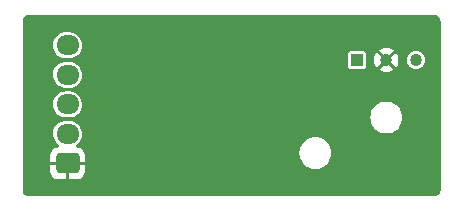
<source format=gbl>
%TF.GenerationSoftware,KiCad,Pcbnew,7.0.6*%
%TF.CreationDate,2023-07-13T14:43:26+02:00*%
%TF.ProjectId,LH_BreakLever_FreeJoy,4c485f42-7265-4616-9b4c-657665725f46,rev?*%
%TF.SameCoordinates,Original*%
%TF.FileFunction,Copper,L2,Bot*%
%TF.FilePolarity,Positive*%
%FSLAX46Y46*%
G04 Gerber Fmt 4.6, Leading zero omitted, Abs format (unit mm)*
G04 Created by KiCad (PCBNEW 7.0.6) date 2023-07-13 14:43:26*
%MOMM*%
%LPD*%
G01*
G04 APERTURE LIST*
G04 Aperture macros list*
%AMRoundRect*
0 Rectangle with rounded corners*
0 $1 Rounding radius*
0 $2 $3 $4 $5 $6 $7 $8 $9 X,Y pos of 4 corners*
0 Add a 4 corners polygon primitive as box body*
4,1,4,$2,$3,$4,$5,$6,$7,$8,$9,$2,$3,0*
0 Add four circle primitives for the rounded corners*
1,1,$1+$1,$2,$3*
1,1,$1+$1,$4,$5*
1,1,$1+$1,$6,$7*
1,1,$1+$1,$8,$9*
0 Add four rect primitives between the rounded corners*
20,1,$1+$1,$2,$3,$4,$5,0*
20,1,$1+$1,$4,$5,$6,$7,0*
20,1,$1+$1,$6,$7,$8,$9,0*
20,1,$1+$1,$8,$9,$2,$3,0*%
G04 Aperture macros list end*
%TA.AperFunction,ComponentPad*%
%ADD10R,1.030000X1.030000*%
%TD*%
%TA.AperFunction,ComponentPad*%
%ADD11C,1.030000*%
%TD*%
%TA.AperFunction,ComponentPad*%
%ADD12RoundRect,0.250000X0.725000X-0.600000X0.725000X0.600000X-0.725000X0.600000X-0.725000X-0.600000X0*%
%TD*%
%TA.AperFunction,ComponentPad*%
%ADD13O,1.950000X1.700000*%
%TD*%
G04 APERTURE END LIST*
D10*
X63570000Y-25030001D03*
D11*
X66070000Y-25030001D03*
X68570000Y-25030001D03*
D12*
X39080000Y-33790000D03*
D13*
X39080000Y-31290000D03*
X39080000Y-28790000D03*
X39080000Y-26290000D03*
X39080000Y-23790000D03*
%TA.AperFunction,Conductor*%
G36*
X70173514Y-21208895D02*
G01*
X70265268Y-21219234D01*
X70292766Y-21225510D01*
X70369858Y-21252486D01*
X70395265Y-21264721D01*
X70464431Y-21308181D01*
X70486484Y-21325769D01*
X70544230Y-21383515D01*
X70561819Y-21405569D01*
X70605276Y-21474730D01*
X70617515Y-21500146D01*
X70644487Y-21577228D01*
X70650766Y-21604735D01*
X70661104Y-21696483D01*
X70661500Y-21703543D01*
X70661500Y-36046456D01*
X70661104Y-36053516D01*
X70650766Y-36145264D01*
X70644487Y-36172771D01*
X70617515Y-36249853D01*
X70605273Y-36275275D01*
X70561822Y-36344426D01*
X70544230Y-36366484D01*
X70486484Y-36424230D01*
X70464425Y-36441822D01*
X70395272Y-36485274D01*
X70369853Y-36497515D01*
X70292771Y-36524487D01*
X70265264Y-36530766D01*
X70208418Y-36537171D01*
X70173513Y-36541104D01*
X70166456Y-36541500D01*
X35768544Y-36541500D01*
X35761486Y-36541104D01*
X35713854Y-36535737D01*
X35669735Y-36530766D01*
X35642228Y-36524487D01*
X35565146Y-36497515D01*
X35539730Y-36485276D01*
X35470569Y-36441819D01*
X35448515Y-36424230D01*
X35390769Y-36366484D01*
X35373181Y-36344431D01*
X35329721Y-36275265D01*
X35317486Y-36249858D01*
X35290510Y-36172766D01*
X35284234Y-36145268D01*
X35273895Y-36053514D01*
X35273500Y-36046456D01*
X35273500Y-34440516D01*
X37597000Y-34440516D01*
X37607605Y-34544318D01*
X37607606Y-34544321D01*
X37663342Y-34712525D01*
X37756365Y-34863339D01*
X37756370Y-34863345D01*
X37881654Y-34988629D01*
X37881660Y-34988634D01*
X38032474Y-35081657D01*
X38200678Y-35137393D01*
X38200681Y-35137394D01*
X38304483Y-35147999D01*
X38304483Y-35148000D01*
X38953000Y-35148000D01*
X38953000Y-34251624D01*
X39046025Y-34265000D01*
X39113975Y-34265000D01*
X39206999Y-34251624D01*
X39207000Y-35148000D01*
X39855517Y-35148000D01*
X39855516Y-35147999D01*
X39959318Y-35137394D01*
X39959321Y-35137393D01*
X40127525Y-35081657D01*
X40278339Y-34988634D01*
X40278345Y-34988629D01*
X40403629Y-34863345D01*
X40403634Y-34863339D01*
X40496657Y-34712525D01*
X40552393Y-34544321D01*
X40552394Y-34544318D01*
X40562999Y-34440516D01*
X40563000Y-34440516D01*
X40563000Y-33917000D01*
X39537763Y-33917000D01*
X39555000Y-33858295D01*
X39555000Y-33721705D01*
X39537763Y-33663000D01*
X40563000Y-33663000D01*
X40563000Y-33139483D01*
X40552394Y-33035681D01*
X40552393Y-33035678D01*
X40507435Y-32900000D01*
X58714341Y-32900000D01*
X58734937Y-33135412D01*
X58796096Y-33363662D01*
X58796098Y-33363666D01*
X58895966Y-33577833D01*
X59031498Y-33771393D01*
X59031502Y-33771398D01*
X59031505Y-33771402D01*
X59198599Y-33938496D01*
X59198603Y-33938499D01*
X59198607Y-33938502D01*
X59392167Y-34074034D01*
X59392166Y-34074034D01*
X59456982Y-34104258D01*
X59606337Y-34173904D01*
X59834592Y-34235064D01*
X60011034Y-34250501D01*
X60011035Y-34250501D01*
X60128965Y-34250501D01*
X60128966Y-34250501D01*
X60305408Y-34235064D01*
X60533663Y-34173904D01*
X60747829Y-34074036D01*
X60941401Y-33938496D01*
X61108495Y-33771402D01*
X61244035Y-33577831D01*
X61343903Y-33363664D01*
X61405063Y-33135409D01*
X61425659Y-32900001D01*
X61405063Y-32664593D01*
X61343903Y-32436338D01*
X61244035Y-32222172D01*
X61244034Y-32222170D01*
X61244033Y-32222168D01*
X61108501Y-32028608D01*
X61108497Y-32028603D01*
X61108495Y-32028600D01*
X60941401Y-31861506D01*
X60941397Y-31861503D01*
X60941392Y-31861499D01*
X60747832Y-31725967D01*
X60747833Y-31725967D01*
X60533665Y-31626099D01*
X60533661Y-31626097D01*
X60305411Y-31564938D01*
X60152751Y-31551582D01*
X60128966Y-31549501D01*
X60011034Y-31549501D01*
X59987249Y-31551582D01*
X59834588Y-31564938D01*
X59606338Y-31626097D01*
X59606334Y-31626099D01*
X59392167Y-31725967D01*
X59198607Y-31861499D01*
X59198596Y-31861508D01*
X59031507Y-32028597D01*
X59031502Y-32028603D01*
X58895965Y-32222170D01*
X58796098Y-32436335D01*
X58796096Y-32436339D01*
X58734937Y-32664589D01*
X58714341Y-32900000D01*
X40507435Y-32900000D01*
X40496657Y-32867474D01*
X40403634Y-32716660D01*
X40403629Y-32716654D01*
X40278345Y-32591370D01*
X40278339Y-32591365D01*
X40127525Y-32498342D01*
X39959321Y-32442606D01*
X39959318Y-32442605D01*
X39886036Y-32435118D01*
X39820301Y-32408296D01*
X39779503Y-32350193D01*
X39776594Y-32279256D01*
X39812498Y-32218007D01*
X39820941Y-32210739D01*
X39970659Y-32093000D01*
X40108792Y-31933587D01*
X40214259Y-31750913D01*
X40283248Y-31551580D01*
X40313267Y-31342793D01*
X40303231Y-31132098D01*
X40253501Y-30927110D01*
X40165876Y-30735238D01*
X40043522Y-30563416D01*
X39890862Y-30417855D01*
X39890859Y-30417853D01*
X39890857Y-30417851D01*
X39713413Y-30303816D01*
X39603848Y-30259953D01*
X39517589Y-30225420D01*
X39517586Y-30225419D01*
X39517585Y-30225419D01*
X39310471Y-30185500D01*
X39310467Y-30185500D01*
X38902387Y-30185500D01*
X38902369Y-30185500D01*
X38745030Y-30200525D01*
X38745015Y-30200528D01*
X38542629Y-30259953D01*
X38355148Y-30356607D01*
X38355141Y-30356611D01*
X38189347Y-30486994D01*
X38189334Y-30487006D01*
X38051212Y-30646407D01*
X38051206Y-30646415D01*
X37945743Y-30829083D01*
X37945739Y-30829092D01*
X37876753Y-31028417D01*
X37876750Y-31028425D01*
X37846732Y-31237205D01*
X37856768Y-31447893D01*
X37856769Y-31447904D01*
X37906498Y-31652886D01*
X37906498Y-31652888D01*
X37906499Y-31652890D01*
X37994124Y-31844762D01*
X38116478Y-32016584D01*
X38269138Y-32162145D01*
X38269140Y-32162146D01*
X38269142Y-32162148D01*
X38333276Y-32203364D01*
X38379769Y-32257019D01*
X38389874Y-32327293D01*
X38360381Y-32391874D01*
X38300655Y-32430258D01*
X38277964Y-32434709D01*
X38200681Y-32442605D01*
X38200678Y-32442606D01*
X38032474Y-32498342D01*
X37881660Y-32591365D01*
X37881654Y-32591370D01*
X37756370Y-32716654D01*
X37756365Y-32716660D01*
X37663342Y-32867474D01*
X37607606Y-33035678D01*
X37607605Y-33035681D01*
X37597000Y-33139483D01*
X37597000Y-33663000D01*
X38622237Y-33663000D01*
X38605000Y-33721705D01*
X38605000Y-33858295D01*
X38622237Y-33917000D01*
X37597000Y-33917000D01*
X37597000Y-34440516D01*
X35273500Y-34440516D01*
X35273500Y-29900001D01*
X64714341Y-29900001D01*
X64734937Y-30135412D01*
X64796096Y-30363662D01*
X64796098Y-30363666D01*
X64895966Y-30577833D01*
X65031498Y-30771393D01*
X65031502Y-30771398D01*
X65031505Y-30771402D01*
X65198599Y-30938496D01*
X65198603Y-30938499D01*
X65198607Y-30938502D01*
X65392167Y-31074034D01*
X65392166Y-31074034D01*
X65468304Y-31109538D01*
X65606337Y-31173904D01*
X65834592Y-31235064D01*
X66011034Y-31250501D01*
X66011035Y-31250501D01*
X66128965Y-31250501D01*
X66128966Y-31250501D01*
X66305408Y-31235064D01*
X66533663Y-31173904D01*
X66747829Y-31074036D01*
X66941401Y-30938496D01*
X67108495Y-30771402D01*
X67244035Y-30577831D01*
X67343903Y-30363664D01*
X67405063Y-30135409D01*
X67425659Y-29900001D01*
X67405063Y-29664593D01*
X67343903Y-29436338D01*
X67244035Y-29222172D01*
X67244034Y-29222170D01*
X67244033Y-29222168D01*
X67108501Y-29028608D01*
X67108497Y-29028603D01*
X67108495Y-29028600D01*
X66941401Y-28861506D01*
X66941397Y-28861503D01*
X66941392Y-28861499D01*
X66747832Y-28725967D01*
X66747833Y-28725967D01*
X66546530Y-28632098D01*
X66533663Y-28626098D01*
X66533661Y-28626097D01*
X66305411Y-28564938D01*
X66173076Y-28553360D01*
X66128966Y-28549501D01*
X66011034Y-28549501D01*
X65975745Y-28552588D01*
X65834588Y-28564938D01*
X65606338Y-28626097D01*
X65606334Y-28626099D01*
X65392167Y-28725967D01*
X65198607Y-28861499D01*
X65198596Y-28861508D01*
X65031507Y-29028597D01*
X65031502Y-29028603D01*
X64895965Y-29222170D01*
X64796098Y-29436335D01*
X64796096Y-29436339D01*
X64734937Y-29664589D01*
X64714341Y-29900001D01*
X35273500Y-29900001D01*
X35273500Y-28737205D01*
X37846732Y-28737205D01*
X37856768Y-28947893D01*
X37856769Y-28947904D01*
X37906498Y-29152886D01*
X37906498Y-29152888D01*
X37906499Y-29152890D01*
X37994124Y-29344762D01*
X38116478Y-29516584D01*
X38269138Y-29662145D01*
X38269140Y-29662146D01*
X38269142Y-29662148D01*
X38272947Y-29664593D01*
X38446587Y-29776184D01*
X38642411Y-29854580D01*
X38849533Y-29894500D01*
X38849537Y-29894500D01*
X39257613Y-29894500D01*
X39257630Y-29894499D01*
X39414969Y-29879474D01*
X39414969Y-29879473D01*
X39414979Y-29879473D01*
X39617368Y-29820047D01*
X39804854Y-29723391D01*
X39970659Y-29593000D01*
X40108792Y-29433587D01*
X40214259Y-29250913D01*
X40283248Y-29051580D01*
X40286552Y-29028600D01*
X40313267Y-28842794D01*
X40313267Y-28842793D01*
X40303231Y-28632098D01*
X40253501Y-28427110D01*
X40165876Y-28235238D01*
X40043522Y-28063416D01*
X39890862Y-27917855D01*
X39890859Y-27917853D01*
X39890857Y-27917851D01*
X39713413Y-27803816D01*
X39603848Y-27759953D01*
X39517589Y-27725420D01*
X39517586Y-27725419D01*
X39517585Y-27725419D01*
X39310471Y-27685500D01*
X39310467Y-27685500D01*
X38902387Y-27685500D01*
X38902369Y-27685500D01*
X38745030Y-27700525D01*
X38745015Y-27700528D01*
X38542629Y-27759953D01*
X38355148Y-27856607D01*
X38355141Y-27856611D01*
X38189347Y-27986994D01*
X38189334Y-27987006D01*
X38051212Y-28146407D01*
X38051206Y-28146415D01*
X37945743Y-28329083D01*
X37945739Y-28329092D01*
X37876753Y-28528417D01*
X37876750Y-28528425D01*
X37846732Y-28737205D01*
X35273500Y-28737205D01*
X35273500Y-26237205D01*
X37846732Y-26237205D01*
X37856768Y-26447893D01*
X37856769Y-26447904D01*
X37906498Y-26652886D01*
X37906498Y-26652888D01*
X37906499Y-26652890D01*
X37994124Y-26844762D01*
X38116478Y-27016584D01*
X38269138Y-27162145D01*
X38269140Y-27162146D01*
X38269142Y-27162148D01*
X38364434Y-27223388D01*
X38446587Y-27276184D01*
X38642411Y-27354580D01*
X38849533Y-27394500D01*
X38849537Y-27394500D01*
X39257613Y-27394500D01*
X39257630Y-27394499D01*
X39414969Y-27379474D01*
X39414969Y-27379473D01*
X39414979Y-27379473D01*
X39617368Y-27320047D01*
X39804854Y-27223391D01*
X39970659Y-27093000D01*
X40108792Y-26933587D01*
X40214259Y-26750913D01*
X40283248Y-26551580D01*
X40313267Y-26342793D01*
X40303231Y-26132098D01*
X40253501Y-25927110D01*
X40165876Y-25735238D01*
X40048256Y-25570064D01*
X62800500Y-25570064D01*
X62800501Y-25570074D01*
X62815265Y-25644301D01*
X62871516Y-25728485D01*
X62955697Y-25784734D01*
X62955699Y-25784735D01*
X63029933Y-25799501D01*
X64110066Y-25799500D01*
X64110069Y-25799499D01*
X64110073Y-25799499D01*
X64159326Y-25789702D01*
X64184301Y-25784735D01*
X64268484Y-25728485D01*
X64324734Y-25644302D01*
X64339500Y-25570068D01*
X64339500Y-25030004D01*
X65042050Y-25030004D01*
X65061800Y-25230537D01*
X65120298Y-25423380D01*
X65215291Y-25601099D01*
X65262171Y-25658222D01*
X65756802Y-25163591D01*
X65771009Y-25202623D01*
X65848081Y-25294474D01*
X65934967Y-25344638D01*
X65441777Y-25837827D01*
X65498904Y-25884711D01*
X65676620Y-25979702D01*
X65869463Y-26038200D01*
X66069997Y-26057951D01*
X66070003Y-26057951D01*
X66270536Y-26038200D01*
X66463379Y-25979702D01*
X66641093Y-25884712D01*
X66641098Y-25884709D01*
X66698222Y-25837828D01*
X66698222Y-25837827D01*
X66205032Y-25344637D01*
X66291919Y-25294474D01*
X66368991Y-25202624D01*
X66383196Y-25163593D01*
X66877826Y-25658223D01*
X66877827Y-25658223D01*
X66924708Y-25601099D01*
X66924711Y-25601094D01*
X67019701Y-25423380D01*
X67078199Y-25230537D01*
X67097950Y-25030004D01*
X67097950Y-25030001D01*
X67795631Y-25030001D01*
X67815046Y-25202314D01*
X67850563Y-25303816D01*
X67872318Y-25365987D01*
X67872319Y-25365989D01*
X67964573Y-25512812D01*
X68087188Y-25635427D01*
X68211299Y-25713410D01*
X68234014Y-25727683D01*
X68397687Y-25784955D01*
X68570000Y-25804370D01*
X68742313Y-25784955D01*
X68905986Y-25727683D01*
X69052811Y-25635427D01*
X69175426Y-25512812D01*
X69267682Y-25365987D01*
X69324954Y-25202314D01*
X69344369Y-25030001D01*
X69324954Y-24857688D01*
X69267682Y-24694015D01*
X69231619Y-24636621D01*
X69175426Y-24547189D01*
X69052811Y-24424574D01*
X68905988Y-24332320D01*
X68905986Y-24332319D01*
X68903691Y-24331516D01*
X68742313Y-24275047D01*
X68570000Y-24255632D01*
X68397687Y-24275047D01*
X68397684Y-24275047D01*
X68397684Y-24275048D01*
X68234013Y-24332319D01*
X68234011Y-24332320D01*
X68087188Y-24424574D01*
X67964573Y-24547189D01*
X67872319Y-24694012D01*
X67872318Y-24694014D01*
X67815154Y-24857378D01*
X67815046Y-24857688D01*
X67795631Y-25030001D01*
X67097950Y-25030001D01*
X67097950Y-25029997D01*
X67078199Y-24829464D01*
X67019701Y-24636621D01*
X66924710Y-24458905D01*
X66877826Y-24401778D01*
X66383196Y-24896408D01*
X66368991Y-24857379D01*
X66291919Y-24765528D01*
X66205031Y-24715363D01*
X66698222Y-24222172D01*
X66641098Y-24175292D01*
X66463379Y-24080299D01*
X66270536Y-24021801D01*
X66070003Y-24002051D01*
X66069997Y-24002051D01*
X65869463Y-24021801D01*
X65676620Y-24080299D01*
X65498904Y-24175290D01*
X65441776Y-24222173D01*
X65934967Y-24715364D01*
X65848081Y-24765528D01*
X65771009Y-24857378D01*
X65756803Y-24896408D01*
X65262172Y-24401777D01*
X65215289Y-24458905D01*
X65120298Y-24636621D01*
X65061800Y-24829464D01*
X65042050Y-25029997D01*
X65042050Y-25030004D01*
X64339500Y-25030004D01*
X64339499Y-24489935D01*
X64339498Y-24489931D01*
X64339498Y-24489927D01*
X64324734Y-24415700D01*
X64277334Y-24344762D01*
X64268484Y-24331517D01*
X64268483Y-24331516D01*
X64184302Y-24275267D01*
X64110067Y-24260501D01*
X63029936Y-24260501D01*
X63029926Y-24260502D01*
X62955699Y-24275266D01*
X62871515Y-24331517D01*
X62815266Y-24415698D01*
X62800500Y-24489931D01*
X62800500Y-25570064D01*
X40048256Y-25570064D01*
X40043522Y-25563416D01*
X39890862Y-25417855D01*
X39890859Y-25417853D01*
X39890857Y-25417851D01*
X39713413Y-25303816D01*
X39603848Y-25259953D01*
X39517589Y-25225420D01*
X39517586Y-25225419D01*
X39517585Y-25225419D01*
X39310471Y-25185500D01*
X39310467Y-25185500D01*
X38902387Y-25185500D01*
X38902369Y-25185500D01*
X38745030Y-25200525D01*
X38745015Y-25200528D01*
X38542629Y-25259953D01*
X38355148Y-25356607D01*
X38355141Y-25356611D01*
X38189347Y-25486994D01*
X38189334Y-25487006D01*
X38051212Y-25646407D01*
X38051206Y-25646415D01*
X37945743Y-25829083D01*
X37945739Y-25829092D01*
X37876753Y-26028417D01*
X37876750Y-26028425D01*
X37846732Y-26237205D01*
X35273500Y-26237205D01*
X35273500Y-23737205D01*
X37846732Y-23737205D01*
X37856768Y-23947893D01*
X37856769Y-23947904D01*
X37906498Y-24152886D01*
X37906498Y-24152888D01*
X37906499Y-24152890D01*
X37994124Y-24344762D01*
X38116478Y-24516584D01*
X38269138Y-24662145D01*
X38269140Y-24662146D01*
X38269142Y-24662148D01*
X38312483Y-24690001D01*
X38446587Y-24776184D01*
X38642411Y-24854580D01*
X38849533Y-24894500D01*
X38849537Y-24894500D01*
X39257613Y-24894500D01*
X39257630Y-24894499D01*
X39414969Y-24879474D01*
X39414969Y-24879473D01*
X39414979Y-24879473D01*
X39617368Y-24820047D01*
X39804854Y-24723391D01*
X39970659Y-24593000D01*
X40108792Y-24433587D01*
X40214259Y-24250913D01*
X40283248Y-24051580D01*
X40313267Y-23842793D01*
X40303231Y-23632098D01*
X40253501Y-23427110D01*
X40165876Y-23235238D01*
X40043522Y-23063416D01*
X39890862Y-22917855D01*
X39890859Y-22917853D01*
X39890857Y-22917851D01*
X39713413Y-22803816D01*
X39603848Y-22759953D01*
X39517589Y-22725420D01*
X39517586Y-22725419D01*
X39517585Y-22725419D01*
X39310471Y-22685500D01*
X39310467Y-22685500D01*
X38902387Y-22685500D01*
X38902369Y-22685500D01*
X38745030Y-22700525D01*
X38745015Y-22700528D01*
X38542629Y-22759953D01*
X38355148Y-22856607D01*
X38355141Y-22856611D01*
X38189347Y-22986994D01*
X38189334Y-22987006D01*
X38051212Y-23146407D01*
X38051206Y-23146415D01*
X37945743Y-23329083D01*
X37945739Y-23329092D01*
X37876753Y-23528417D01*
X37876750Y-23528425D01*
X37846732Y-23737205D01*
X35273500Y-23737205D01*
X35273500Y-21703542D01*
X35273896Y-21696483D01*
X35284234Y-21604729D01*
X35290510Y-21577235D01*
X35317488Y-21500137D01*
X35329719Y-21474737D01*
X35373184Y-21405563D01*
X35390765Y-21383519D01*
X35448519Y-21325765D01*
X35470563Y-21308184D01*
X35539737Y-21264719D01*
X35565137Y-21252488D01*
X35642235Y-21225510D01*
X35669731Y-21219234D01*
X35761485Y-21208895D01*
X35768544Y-21208500D01*
X35831945Y-21208500D01*
X70103055Y-21208500D01*
X70166456Y-21208500D01*
X70173514Y-21208895D01*
G37*
%TD.AperFunction*%
M02*

</source>
